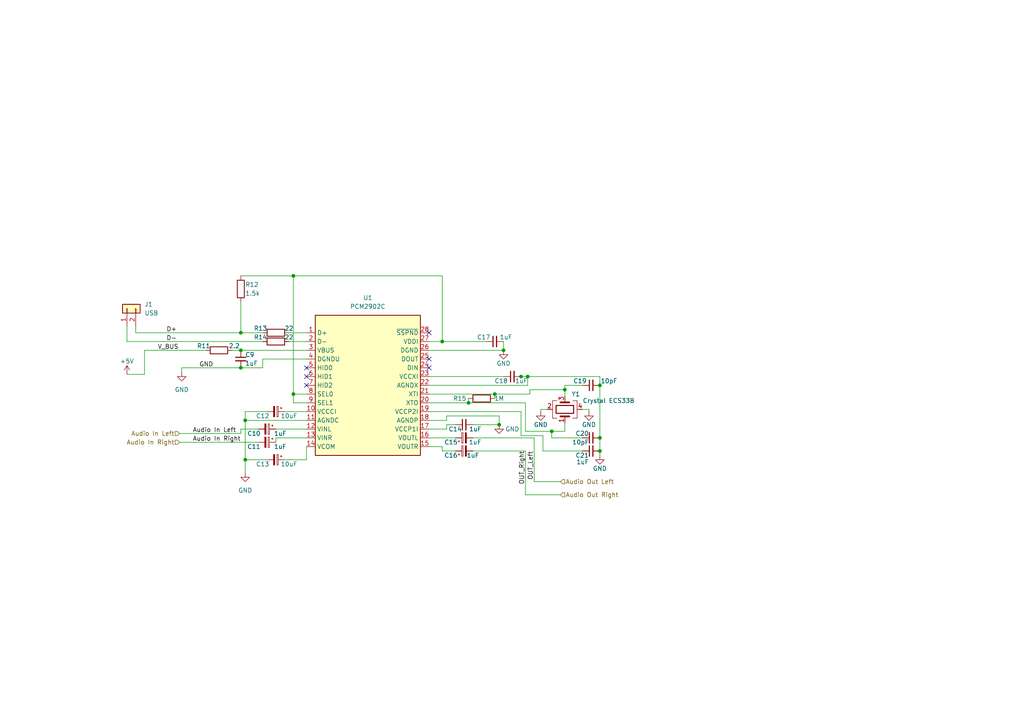
<source format=kicad_sch>
(kicad_sch (version 20211123) (generator eeschema)
  (paper "A4")
  (lib_symbols
    (symbol "Audio:PCM2902"
      (property "Reference" "U?" (at 2.0194 25.4 0))
      (property "Value" "PCM2902" (at 2.0194 22.86 0))
      (symbol "PCM2902_0_1"
        (rectangle (start -15.24 20.32) (end 15.24 -20.32) (stroke (width 0.254)) (fill (type background)))
      )
      (symbol "PCM2902_1_1"
        (pin bidirectional line (at -17.78 15.24 0) (length 2.54) (name "D+") (number "1"))
        (pin passive line (at -17.78 -7.62 0) (length 2.54) (name "VCCCI") (number "10"))
        (pin power_in line (at -17.78 -10.16 0) (length 2.54) (name "AGNDC") (number "11"))
        (pin input line (at -17.78 -12.7 0) (length 2.54) (name "VINL") (number "12"))
        (pin input line (at -17.78 -15.24 0) (length 2.54) (name "VINR") (number "13"))
        (pin passive line (at -17.78 -17.78 0) (length 2.54) (name "VCOM") (number "14"))
        (pin output line (at 17.78 -17.78 180) (length 2.54) (name "VOUTR") (number "15"))
        (pin output line (at 17.78 -15.24 180) (length 2.54) (name "VOUTL") (number "16"))
        (pin passive line (at 17.78 -12.7 180) (length 2.54) (name "VCCP1I") (number "17"))
        (pin power_in line (at 17.78 -10.16 180) (length 2.54) (name "AGNDP") (number "18"))
        (pin passive line (at 17.78 -7.62 180) (length 2.54) (name "VCCP2I") (number "19"))
        (pin bidirectional line (at -17.78 12.7 0) (length 2.54) (name "D-") (number "2"))
        (pin output line (at 17.78 -5.08 180) (length 2.54) (name "XTO") (number "20"))
        (pin input line (at 17.78 -2.54 180) (length 2.54) (name "XTI") (number "21"))
        (pin power_in line (at 17.78 0 180) (length 2.54) (name "AGNDX") (number "22"))
        (pin passive line (at 17.78 2.54 180) (length 2.54) (name "VCCXI") (number "23"))
        (pin input line (at 17.78 5.08 180) (length 2.54) (name "DIN") (number "24"))
        (pin output line (at 17.78 7.62 180) (length 2.54) (name "DOUT") (number "25"))
        (pin power_in line (at 17.78 10.16 180) (length 2.54) (name "DGND") (number "26"))
        (pin power_out line (at 17.78 12.7 180) (length 2.54) (name "VDDI") (number "27"))
        (pin output line (at 17.78 15.24 180) (length 2.54) (name "~{SSPND}") (number "28"))
        (pin power_in line (at -17.78 10.16 0) (length 2.54) (name "VBUS") (number "3"))
        (pin power_in line (at -17.78 7.62 0) (length 2.54) (name "DGNDU") (number "4"))
        (pin input line (at -17.78 5.08 0) (length 2.54) (name "HID0") (number "5"))
        (pin input line (at -17.78 2.54 0) (length 2.54) (name "HID1") (number "6"))
        (pin input line (at -17.78 0 0) (length 2.54) (name "HID2") (number "7"))
        (pin input line (at -17.78 -2.54 0) (length 2.54) (name "SEL0") (number "8"))
        (pin input line (at -17.78 -5.08 0) (length 2.54) (name "SEL1") (number "9"))
      )
    )
    (symbol "Connector_Generic:Conn_01x02" (pin_names (offset 1.016) hide)
      (property "Reference" "J" (at 0 2.54 0))
      (property "Value" "Conn_01x02" (at 0 -5.08 0))
      (symbol "Conn_01x02_1_1"
        (rectangle (start -1.27 -2.413) (end 0 -2.667) (stroke (width 0.1524)))
        (rectangle (start -1.27 0.127) (end 0 -0.127) (stroke (width 0.1524)))
        (rectangle (start -1.27 1.27) (end 1.27 -3.81) (stroke (width 0.254)) (fill (type background)))
        (pin passive line (at -5.08 0 0) (length 3.81) (name "Pin_1") (number "1"))
        (pin passive line (at -5.08 -2.54 0) (length 3.81) (name "Pin_2") (number "2"))
      )
    )
    (symbol "Device:C_Polarized_Small" (pin_numbers hide) (pin_names (offset 0.254) hide)
      (property "Reference" "C" (at 0.254 1.778 0))
      (property "Value" "C_Polarized_Small" (at 0.254 -2.032 0))
      (symbol "C_Polarized_Small_0_1"
        (rectangle (start -1.524 -0.3048) (end 1.524 -0.6858) (fill (type outline)))
        (rectangle (start -1.524 0.6858) (end 1.524 0.3048))
        (polyline (pts (xy -1.27 1.524) (xy -0.762 1.524)))
        (polyline (pts (xy -1.016 1.27) (xy -1.016 1.778)))
      )
      (symbol "C_Polarized_Small_1_1"
        (pin passive line (at 0 2.54 270) (length 1.8542) (name "~") (number "1"))
        (pin passive line (at 0 -2.54 90) (length 1.8542) (name "~") (number "2"))
      )
    )
    (symbol "Device:C_Small" (pin_numbers hide) (pin_names (offset 0.254) hide)
      (property "Reference" "C" (at 0.254 1.778 0))
      (property "Value" "C_Small" (at 0.254 -2.032 0))
      (symbol "C_Small_0_1"
        (polyline (pts (xy -1.524 -0.508) (xy 1.524 -0.508)) (stroke (width 0.3302)))
        (polyline (pts (xy -1.524 0.508) (xy 1.524 0.508)) (stroke (width 0.3048)))
      )
      (symbol "C_Small_1_1"
        (pin passive line (at 0 2.54 270) (length 2.032) (name "~") (number "1"))
        (pin passive line (at 0 -2.54 90) (length 2.032) (name "~") (number "2"))
      )
    )
    (symbol "Device:R" (pin_numbers hide) (pin_names (offset 0))
      (property "Reference" "R" (at 2.032 0 90))
      (property "Value" "R" (at 0 0 90))
      (symbol "R_0_1"
        (rectangle (start -1.016 -2.54) (end 1.016 2.54) (stroke (width 0.254)))
      )
      (symbol "R_1_1"
        (pin passive line (at 0 3.81 270) (length 1.27) (name "~") (number "1"))
        (pin passive line (at 0 -3.81 90) (length 1.27) (name "~") (number "2"))
      )
    )
    (symbol "GFC-Symbols:Crystal_GND23" (pin_names (offset 1.016) hide)
      (property "Reference" "Y1" (at -1.905 6.985 90))
      (property "Value" "Crystal_GND23" (at -3.81 8.255 90))
      (symbol "Crystal_GND23_0_1"
        (rectangle (start -1.143 2.54) (end 1.143 -2.54) (stroke (width 0.3048)))
        (polyline (pts (xy -2.54 0) (xy -2.032 0)))
        (polyline (pts (xy -2.032 -1.27) (xy -2.032 1.27)) (stroke (width 0.508)))
        (polyline (pts (xy 0 -3.81) (xy 0 -3.556)))
        (polyline (pts (xy 0 3.556) (xy 0 3.81)))
        (polyline (pts (xy 2.032 -1.27) (xy 2.032 1.27)) (stroke (width 0.508)))
        (polyline (pts (xy 2.032 0) (xy 2.54 0)))
        (polyline (pts (xy -2.54 -2.286) (xy -2.54 -3.556) (xy 2.54 -3.556) (xy 2.54 -2.286)))
        (polyline (pts (xy -2.54 2.286) (xy -2.54 3.556) (xy 2.54 3.556) (xy 2.54 2.286)))
      )
      (symbol "Crystal_GND23_1_1"
        (pin passive line (at -3.81 0 0) (length 1.27) (name "1") (number "1"))
        (pin passive line (at 0 5.08 270) (length 1.27) (name "2") (number "2"))
        (pin passive line (at 3.81 0 180) (length 1.27) (name "3") (number "3"))
        (pin passive line (at 0 -5.08 90) (length 1.27) (name "4") (number "4"))
      )
    )
    (symbol "GND_1" (power) (pin_names (offset 0))
      (property "Value" "GND_1" (at 0 -3.81 0))
      (symbol "GND_1_0_1"
        (polyline (pts (xy 0 0) (xy 0 -1.27) (xy 1.27 -1.27) (xy 0 -2.54) (xy -1.27 -1.27) (xy 0 -1.27)))
      )
      (symbol "GND_1_1_1"
        (pin power_in line (at 0 0 270) (length 0) hide (name "GND") (number "1"))
      )
    )
    (symbol "power:+5V" (power) (pin_names (offset 0))
      (property "Value" "+5V" (at 0 3.556 0))
      (symbol "+5V_0_1"
        (polyline (pts (xy -0.762 1.27) (xy 0 2.54)))
        (polyline (pts (xy 0 0) (xy 0 2.54)))
        (polyline (pts (xy 0 2.54) (xy 0.762 1.27)))
      )
      (symbol "+5V_1_1"
        (pin power_in line (at 0 0 90) (length 0) hide (name "+5V") (number "1"))
      )
    )
    (symbol "power:GND" (power) (pin_names (offset 0))
      (property "Value" "GND" (at 0 -3.81 0))
      (symbol "GND_0_1"
        (polyline (pts (xy 0 0) (xy 0 -1.27) (xy 1.27 -1.27) (xy 0 -2.54) (xy -1.27 -1.27) (xy 0 -1.27)))
      )
      (symbol "GND_1_1"
        (pin power_in line (at 0 0 270) (length 0) hide (name "GND") (number "1"))
      )
    )
  )
  (junction (at 160.02 125.095))
  (junction (at 69.85 101.6))
  (junction (at 173.99 130.81))
  (junction (at 146.05 101.6))
  (junction (at 71.12 121.92))
  (junction (at 143.51 114.3))
  (junction (at 144.78 123.19))
  (junction (at 163.83 113.03))
  (junction (at 173.99 111.76))
  (junction (at 135.89 116.84))
  (junction (at 69.85 96.52))
  (junction (at 85.09 80.01))
  (junction (at 85.09 114.3))
  (junction (at 69.85 106.68))
  (junction (at 153.035 109.22))
  (junction (at 128.27 99.06))
  (junction (at 173.99 127))
  (junction (at 71.12 133.35))
  (junction (at 151.13 109.22))
  (no_connect (at 124.46 96.52))
  (no_connect (at 88.9 109.22))
  (no_connect (at 88.9 106.68))
  (no_connect (at 124.46 106.68))
  (no_connect (at 88.9 111.76))
  (no_connect (at 124.46 104.14))
  (wire (pts (xy 39.37 94.615) (xy 39.37 96.52)))
  (wire (pts (xy 129.54 124.46) (xy 129.54 123.19)))
  (wire (pts (xy 173.99 109.22) (xy 173.99 111.76)))
  (wire (pts (xy 39.37 96.52) (xy 69.85 96.52)))
  (wire (pts (xy 124.46 111.76) (xy 153.035 111.76)))
  (wire (pts (xy 124.46 129.54) (xy 128.27 129.54)))
  (wire (pts (xy 168.91 111.76) (xy 163.83 111.76)))
  (wire (pts (xy 151.13 109.22) (xy 153.035 109.22)))
  (wire (pts (xy 76.2 104.14) (xy 88.9 104.14)))
  (wire (pts (xy 153.035 109.22) (xy 173.99 109.22)))
  (wire (pts (xy 163.83 125.095) (xy 160.02 125.095)))
  (wire (pts (xy 163.83 113.03) (xy 163.83 114.935)))
  (wire (pts (xy 80.01 127) (xy 88.9 127)))
  (wire (pts (xy 152.4 130.81) (xy 152.4 143.51)))
  (wire (pts (xy 157.48 126.365) (xy 157.48 130.81)))
  (wire (pts (xy 173.99 127) (xy 173.99 130.81)))
  (wire (pts (xy 128.27 129.54) (xy 128.27 130.81)))
  (wire (pts (xy 124.46 124.46) (xy 129.54 124.46)))
  (wire (pts (xy 85.09 80.01) (xy 128.27 80.01)))
  (wire (pts (xy 129.54 121.92) (xy 129.54 120.65)))
  (wire (pts (xy 80.01 128.27) (xy 80.01 127)))
  (wire (pts (xy 163.83 111.76) (xy 163.83 113.03)))
  (wire (pts (xy 71.12 121.92) (xy 88.9 121.92)))
  (wire (pts (xy 69.85 80.01) (xy 85.09 80.01)))
  (wire (pts (xy 85.09 114.3) (xy 88.9 114.3)))
  (wire (pts (xy 124.46 121.92) (xy 129.54 121.92)))
  (wire (pts (xy 36.83 99.06) (xy 36.83 94.615)))
  (wire (pts (xy 85.09 114.3) (xy 85.09 116.84)))
  (wire (pts (xy 88.9 129.54) (xy 88.9 133.35)))
  (wire (pts (xy 88.9 116.84) (xy 85.09 116.84)))
  (wire (pts (xy 157.48 130.81) (xy 168.91 130.81)))
  (wire (pts (xy 71.12 121.92) (xy 71.12 133.35)))
  (wire (pts (xy 170.815 118.745) (xy 170.815 119.38)))
  (wire (pts (xy 52.705 106.68) (xy 52.705 107.95)))
  (wire (pts (xy 153.035 111.76) (xy 153.035 109.22)))
  (wire (pts (xy 128.27 80.01) (xy 128.27 99.06)))
  (wire (pts (xy 173.99 111.76) (xy 173.99 127)))
  (wire (pts (xy 143.51 114.3) (xy 153.67 114.3)))
  (wire (pts (xy 124.46 109.22) (xy 146.05 109.22)))
  (wire (pts (xy 151.13 126.365) (xy 157.48 126.365)))
  (wire (pts (xy 160.02 125.095) (xy 152.4 125.095)))
  (wire (pts (xy 150.495 109.22) (xy 151.13 109.22)))
  (wire (pts (xy 124.46 127) (xy 132.08 127)))
  (wire (pts (xy 135.89 115.57) (xy 135.89 116.84)))
  (wire (pts (xy 52.07 128.27) (xy 74.93 128.27)))
  (wire (pts (xy 143.51 114.3) (xy 143.51 115.57)))
  (wire (pts (xy 154.94 139.7) (xy 162.56 139.7)))
  (wire (pts (xy 41.91 108.585) (xy 41.91 101.6)))
  (wire (pts (xy 124.46 101.6) (xy 146.05 101.6)))
  (wire (pts (xy 77.47 119.38) (xy 71.12 119.38)))
  (wire (pts (xy 153.67 114.3) (xy 153.67 113.03)))
  (wire (pts (xy 168.91 118.745) (xy 170.815 118.745)))
  (wire (pts (xy 69.85 124.46) (xy 69.85 125.73)))
  (wire (pts (xy 69.85 96.52) (xy 76.2 96.52)))
  (wire (pts (xy 83.82 99.06) (xy 88.9 99.06)))
  (wire (pts (xy 137.16 130.81) (xy 152.4 130.81)))
  (wire (pts (xy 69.85 87.63) (xy 69.85 96.52)))
  (wire (pts (xy 52.07 125.73) (xy 69.85 125.73)))
  (wire (pts (xy 128.27 130.81) (xy 132.08 130.81)))
  (wire (pts (xy 67.31 101.6) (xy 69.85 101.6)))
  (wire (pts (xy 144.78 120.65) (xy 144.78 123.19)))
  (wire (pts (xy 76.2 106.68) (xy 76.2 104.14)))
  (wire (pts (xy 83.82 96.52) (xy 88.9 96.52)))
  (wire (pts (xy 69.85 106.68) (xy 76.2 106.68)))
  (wire (pts (xy 146.05 99.06) (xy 146.05 101.6)))
  (wire (pts (xy 85.09 80.01) (xy 85.09 114.3)))
  (wire (pts (xy 129.54 120.65) (xy 144.78 120.65)))
  (wire (pts (xy 71.12 133.35) (xy 77.47 133.35)))
  (wire (pts (xy 128.27 99.06) (xy 140.97 99.06)))
  (wire (pts (xy 156.845 118.745) (xy 158.75 118.745)))
  (wire (pts (xy 135.89 116.84) (xy 152.4 116.84)))
  (wire (pts (xy 160.02 127) (xy 160.02 125.095)))
  (wire (pts (xy 173.99 130.81) (xy 173.99 132.08)))
  (wire (pts (xy 154.94 127) (xy 154.94 139.7)))
  (wire (pts (xy 36.83 99.06) (xy 76.2 99.06)))
  (wire (pts (xy 124.46 99.06) (xy 128.27 99.06)))
  (wire (pts (xy 137.16 123.19) (xy 144.78 123.19)))
  (wire (pts (xy 124.46 116.84) (xy 135.89 116.84)))
  (wire (pts (xy 163.83 122.555) (xy 163.83 125.095)))
  (wire (pts (xy 129.54 123.19) (xy 132.08 123.19)))
  (wire (pts (xy 152.4 116.84) (xy 152.4 125.095)))
  (wire (pts (xy 88.9 133.35) (xy 82.55 133.35)))
  (wire (pts (xy 80.01 124.46) (xy 88.9 124.46)))
  (wire (pts (xy 69.85 101.6) (xy 88.9 101.6)))
  (wire (pts (xy 74.93 124.46) (xy 69.85 124.46)))
  (wire (pts (xy 156.845 119.38) (xy 156.845 118.745)))
  (wire (pts (xy 82.55 119.38) (xy 88.9 119.38)))
  (wire (pts (xy 124.46 119.38) (xy 151.13 119.38)))
  (wire (pts (xy 41.91 101.6) (xy 59.69 101.6)))
  (wire (pts (xy 153.67 113.03) (xy 163.83 113.03)))
  (wire (pts (xy 168.91 127) (xy 160.02 127)))
  (wire (pts (xy 71.12 119.38) (xy 71.12 121.92)))
  (wire (pts (xy 151.13 119.38) (xy 151.13 126.365)))
  (wire (pts (xy 52.705 106.68) (xy 69.85 106.68)))
  (wire (pts (xy 36.83 108.585) (xy 41.91 108.585)))
  (wire (pts (xy 124.46 114.3) (xy 143.51 114.3)))
  (wire (pts (xy 137.16 127) (xy 154.94 127)))
  (wire (pts (xy 71.12 133.35) (xy 71.12 137.16)))
  (wire (pts (xy 152.4 143.51) (xy 162.56 143.51)))
  (label "Audio In Right" (at 55.88 128.27 0))
  (label "OUT_Left" (at 154.94 130.81 270))
  (label "D+" (at 48.26 96.52 0))
  (label "V_BUS" (at 45.72 101.6 0))
  (label "OUT_Right" (at 152.4 130.81 270))
  (label "Audio In Left" (at 55.88 125.73 0))
  (label "D-" (at 48.26 99.06 0))
  (label "GND" (at 57.785 106.68 0))
  (hierarchical_label "Audio Out Left" (shape input) (at 162.56 139.7 0))
  (hierarchical_label "Audio Out Right" (shape input) (at 162.56 143.51 0))
  (hierarchical_label "Audio In Left" (shape input) (at 52.07 125.73 180))
  (hierarchical_label "Audio In Right" (shape input) (at 52.07 128.27 180))
  (symbol (lib_id "power:GND") (at 146.05 101.6 0) (unit 1)
    (property "Reference" "#PWR024" (effects hide))
    (property "Value" "GND" (at 146.05 105.41 0))
  )
  (symbol (lib_id "Device:R") (at 80.01 96.52 90) (unit 1)
    (property "Reference" "R13" (at 75.565 95.25 90))
    (property "Value" "22" (at 83.82 95.25 90))
    (property "Footprint" "Capacitor_SMD:C_0603_1608Metric_Pad1.08x0.95mm_HandSolder" (effects hide))
    (property "Digikey" "https://www.digikey.com/short/v7c8qpnf" (effects hide))
  )
  (symbol (lib_id "Device:C_Small") (at 69.85 104.14 0) (unit 1)
    (property "Reference" "C9" (at 71.12 102.87 0) (effects (justify left)))
    (property "Value" "1uF" (at 71.12 105.41 0) (effects (justify left)))
    (property "Footprint" "Capacitor_SMD:C_0805_2012Metric_Pad1.18x1.45mm_HandSolder" (effects hide))
    (property "Digikey" "https://www.digikey.com/short/rn5mbmcm" (effects hide))
  )
  (symbol (lib_id "power:GND") (at 144.78 123.19 0) (unit 1)
    (property "Reference" "#PWR023" (effects hide))
    (property "Value" "GND" (at 148.59 124.46 0))
  )
  (symbol (lib_id "Device:C_Polarized_Small") (at 80.01 119.38 270) (unit 1)
    (property "Reference" "C12" (at 76.2 120.65 90))
    (property "Value" "10uF" (at 83.82 120.65 90))
    (property "Footprint" "Capacitor_SMD:C_1210_3225Metric_Pad1.33x2.70mm_HandSolder" (effects hide))
    (property "Digikey" "https://www.digikey.com/short/nm2875wp" (effects hide))
  )
  (symbol (lib_id "Device:R") (at 63.5 101.6 90) (unit 1)
    (property "Reference" "R11" (at 59.055 100.33 90))
    (property "Value" "2.2" (at 67.945 100.33 90))
    (property "Footprint" "Capacitor_SMD:C_0603_1608Metric_Pad1.08x0.95mm_HandSolder" (effects hide))
    (property "Digikey" "https://www.digikey.com/short/4p2jz24h" (effects hide))
  )
  (symbol (lib_id "Device:C_Small") (at 171.45 111.76 90) (unit 1)
    (property "Reference" "C19" (at 170.18 110.49 90) (effects (justify left)))
    (property "Value" "10pF" (at 179.07 110.49 90) (effects (justify left)))
    (property "Footprint" "Capacitor_SMD:C_0603_1608Metric_Pad1.08x0.95mm_HandSolder" (effects hide))
    (property "Digikey" "https://www.digikey.com/short/dbpbjvrm" (effects hide))
  )
  (symbol (lib_id "Device:R") (at 69.85 83.82 0) (unit 1)
    (property "Reference" "R12" (at 71.12 82.55 0) (effects (justify left)))
    (property "Value" "1.5k" (at 71.12 85.09 0) (effects (justify left)))
    (property "Footprint" "Capacitor_SMD:C_0603_1608Metric_Pad1.08x0.95mm_HandSolder" (effects hide))
    (property "Digikey" "https://www.digikey.com/short/q2j089rj" (effects hide))
  )
  (symbol (lib_id "power:GND") (at 52.705 107.95 0) (unit 1)
    (property "Reference" "#PWR021" (effects hide))
    (property "Value" "GND" (at 52.705 113.03 0))
  )
  (symbol (lib_id "Device:C_Polarized_Small") (at 134.62 127 90) (unit 1)
    (property "Reference" "C15" (at 130.81 128.27 90))
    (property "Value" "1uF" (at 137.795 128.27 90))
    (property "Footprint" "Capacitor_SMD:C_0805_2012Metric_Pad1.18x1.45mm_HandSolder" (effects hide))
    (property "Digikey" "https://www.digikey.com/short/rn5mbmcm" (effects hide))
  )
  (symbol (lib_id "Device:C_Small") (at 171.45 130.81 90) (unit 1)
    (property "Reference" "C21" (at 170.815 132.08 90) (effects (justify left)))
    (property "Value" "1uF" (at 170.815 133.985 90) (effects (justify left)))
    (property "Footprint" "Capacitor_SMD:C_0805_2012Metric_Pad1.18x1.45mm_HandSolder" (effects hide))
    (property "Digikey" "https://www.digikey.com/short/rn5mbmcm" (effects hide))
  )
  (symbol (lib_id "Audio:PCM2902") (at 106.68 111.76 0) (unit 1)
    (property "Reference" "U1" (at 106.68 86.36 0))
    (property "Value" "PCM2902C" (at 106.68 88.9 0))
    (property "Footprint" "Package_SO:SSOP-28_5.3x10.2mm_P0.65mm" (effects hide))
    (property "Datasheet" "http://www.ti.com/lit/ds/symlink/pcm2902c.pdf" (effects hide))
    (property "Digikey" "TI" (effects hide))
  )
  (symbol (lib_id "Device:R") (at 139.7 115.57 90) (unit 1)
    (property "Reference" "R15" (at 133.35 115.57 90))
    (property "Value" "1M" (at 144.78 115.57 90))
    (property "Footprint" "Capacitor_SMD:C_0603_1608Metric_Pad1.08x0.95mm_HandSolder" (effects hide))
    (property "Digikey" "https://www.digikey.com/short/f7pn93f7" (effects hide))
  )
  (symbol (lib_id "Device:C_Small") (at 148.59 109.22 90) (unit 1)
    (property "Reference" "C18" (at 147.32 110.49 90) (effects (justify left)))
    (property "Value" "1uF" (at 153.035 110.49 90) (effects (justify left)))
    (property "Footprint" "Capacitor_SMD:C_0805_2012Metric_Pad1.18x1.45mm_HandSolder" (effects hide))
    (property "Digikey" "https://www.digikey.com/short/rn5mbmcm" (effects hide))
  )
  (symbol (lib_name "GND_1") (lib_id "power:GND") (at 156.845 119.38 0) (unit 1)
    (property "Reference" "#PWR0102" (effects hide))
    (property "Value" "GND" (at 156.845 123.19 0))
  )
  (symbol (lib_id "power:GND") (at 71.12 137.16 0) (unit 1)
    (property "Reference" "#PWR022" (effects hide))
    (property "Value" "GND" (at 71.12 142.24 0))
  )
  (symbol (lib_id "Device:C_Small") (at 134.62 123.19 90) (unit 1)
    (property "Reference" "C14" (at 133.985 124.46 90) (effects (justify left)))
    (property "Value" "1uF" (at 139.7 124.46 90) (effects (justify left)))
    (property "Footprint" "Capacitor_SMD:C_0805_2012Metric_Pad1.18x1.45mm_HandSolder" (effects hide))
    (property "Digikey" "https://www.digikey.com/short/rn5mbmcm" (effects hide))
  )
  (symbol (lib_id "Device:C_Polarized_Small") (at 80.01 133.35 270) (unit 1)
    (property "Reference" "C13" (at 76.2 134.62 90))
    (property "Value" "10uF" (at 83.82 134.62 90))
    (property "Footprint" "Capacitor_SMD:C_1210_3225Metric_Pad1.33x2.70mm_HandSolder" (effects hide))
    (property "Digikey" "https://www.digikey.com/short/nm2875wp" (effects hide))
  )
  (symbol (lib_id "Device:C_Polarized_Small") (at 77.47 124.46 270) (unit 1)
    (property "Reference" "C10" (at 73.66 125.73 90))
    (property "Value" "1uF" (at 81.28 125.73 90))
    (property "Footprint" "Capacitor_SMD:C_0805_2012Metric_Pad1.18x1.45mm_HandSolder" (effects hide))
    (property "Digikey" "https://www.digikey.com/short/rn5mbmcm" (effects hide))
  )
  (symbol (lib_id "Device:R") (at 80.01 99.06 90) (unit 1)
    (property "Reference" "R14" (at 75.565 97.79 90))
    (property "Value" "22" (at 83.82 97.79 90))
    (property "Footprint" "Capacitor_SMD:C_0603_1608Metric_Pad1.08x0.95mm_HandSolder" (effects hide))
    (property "Digikey" "https://www.digikey.com/short/v7c8qpnf" (effects hide))
  )
  (symbol (lib_name "GND_1") (lib_id "power:GND") (at 170.815 119.38 0) (unit 1)
    (property "Reference" "#PWR0101" (effects hide))
    (property "Value" "GND" (at 170.815 123.19 0))
  )
  (symbol (lib_id "Device:C_Polarized_Small") (at 134.62 130.81 90) (unit 1)
    (property "Reference" "C16" (at 130.81 132.08 90))
    (property "Value" "1uF" (at 137.16 132.08 90))
    (property "Footprint" "Capacitor_SMD:C_0805_2012Metric_Pad1.18x1.45mm_HandSolder" (effects hide))
    (property "Digikey" "https://www.digikey.com/short/rn5mbmcm" (effects hide))
  )
  (symbol (lib_id "Connector_Generic:Conn_01x02") (at 36.83 89.535 90) (unit 1)
    (property "Reference" "J1" (at 41.91 88.2649 90) (effects (justify right)))
    (property "Value" "USB" (at 41.91 90.8049 90) (effects (justify right)))
    (property "Footprint" "Connector_PinHeader_2.54mm:PinHeader_1x02_P2.54mm_Vertical_SMD_Pin1Left" (effects hide))
  )
  (symbol (lib_id "Device:C_Small") (at 143.51 99.06 90) (unit 1)
    (property "Reference" "C17" (at 142.24 97.79 90) (effects (justify left)))
    (property "Value" "1uF" (at 148.59 97.79 90) (effects (justify left)))
    (property "Footprint" "Capacitor_SMD:C_0805_2012Metric_Pad1.18x1.45mm_HandSolder" (effects hide))
    (property "Digikey" "https://www.digikey.com/short/rn5mbmcm" (effects hide))
  )
  (symbol (lib_id "power:+5V") (at 36.83 108.585 0) (unit 1)
    (property "Reference" "#PWR026" (effects hide))
    (property "Value" "+5V" (at 36.83 104.775 0))
  )
  (symbol (lib_id "power:GND") (at 173.99 132.08 0) (unit 1)
    (property "Reference" "#PWR025" (effects hide))
    (property "Value" "GND" (at 173.99 135.89 0))
  )
  (symbol (lib_id "Device:C_Polarized_Small") (at 77.47 128.27 270) (unit 1)
    (property "Reference" "C11" (at 73.66 129.54 90))
    (property "Value" "1uF" (at 81.28 129.54 90))
    (property "Footprint" "Capacitor_SMD:C_0805_2012Metric_Pad1.18x1.45mm_HandSolder" (effects hide))
    (property "Digikey" "https://www.digikey.com/short/rn5mbmcm" (effects hide))
  )
  (symbol (lib_id "GFC-Symbols:Crystal_GND23") (at 163.83 118.745 90) (unit 1)
    (property "Reference" "Y1" (at 167.005 114.3 90))
    (property "Value" "Crystal ECS33B" (at 176.53 116.205 90))
    (property "Footprint" "Crystal:Crystal_SMD_3225-4Pin_3.2x2.5mm" (effects hide))
  )
  (symbol (lib_id "Device:C_Small") (at 171.45 127 90) (unit 1)
    (property "Reference" "C20" (at 170.815 125.73 90) (effects (justify left)))
    (property "Value" "10pF" (at 170.815 128.27 90) (effects (justify left)))
    (property "Footprint" "Capacitor_SMD:C_0603_1608Metric_Pad1.08x0.95mm_HandSolder" (effects hide))
    (property "Digikey" "https://www.digikey.com/short/dbpbjvrm" (effects hide))
  )
)
</source>
